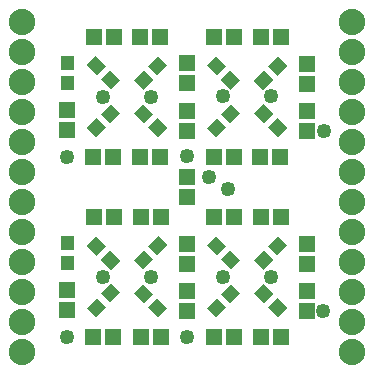
<source format=gts>
G04 MADE WITH FRITZING*
G04 WWW.FRITZING.ORG*
G04 DOUBLE SIDED*
G04 HOLES PLATED*
G04 CONTOUR ON CENTER OF CONTOUR VECTOR*
%ASAXBY*%
%FSLAX23Y23*%
%MOIN*%
%OFA0B0*%
%SFA1.0B1.0*%
%ADD10C,0.088000*%
%ADD11C,0.049370*%
%ADD12R,0.057244X0.053307*%
%ADD13R,0.053307X0.057244*%
%ADD14C,0.010000*%
%LNMASK1*%
G90*
G70*
G54D10*
X100Y1200D03*
X100Y1100D03*
X100Y1000D03*
X100Y900D03*
X100Y800D03*
X100Y700D03*
X100Y600D03*
X100Y500D03*
X100Y400D03*
X100Y300D03*
X100Y200D03*
X100Y100D03*
X1200Y1200D03*
X1200Y1100D03*
X1200Y1000D03*
X1200Y900D03*
X1200Y800D03*
X1200Y700D03*
X1200Y600D03*
X1200Y500D03*
X1200Y400D03*
X1200Y300D03*
X1200Y200D03*
X1200Y100D03*
G54D11*
X931Y953D03*
X769Y953D03*
X369Y951D03*
X531Y951D03*
X369Y351D03*
X531Y351D03*
X769Y351D03*
X931Y351D03*
X249Y750D03*
X650Y752D03*
X249Y151D03*
X650Y150D03*
X724Y684D03*
X1106Y837D03*
X1104Y237D03*
X787Y642D03*
G54D12*
X738Y1151D03*
X805Y1151D03*
X738Y750D03*
X805Y750D03*
X895Y1151D03*
X962Y1151D03*
G54D13*
X1050Y836D03*
X1050Y903D03*
X250Y238D03*
X250Y305D03*
G54D12*
X894Y750D03*
X961Y750D03*
X897Y550D03*
X964Y550D03*
G54D13*
X650Y237D03*
X650Y304D03*
X1050Y994D03*
X1050Y1061D03*
G54D12*
X493Y750D03*
X560Y750D03*
X494Y1150D03*
X561Y1150D03*
X338Y1150D03*
X405Y1150D03*
X336Y750D03*
X403Y750D03*
G54D13*
X650Y995D03*
X650Y1062D03*
X650Y837D03*
X650Y904D03*
X250Y838D03*
X250Y905D03*
G54D12*
X338Y551D03*
X405Y551D03*
X896Y151D03*
X963Y151D03*
G54D13*
X650Y617D03*
X650Y684D03*
G54D12*
X495Y150D03*
X562Y150D03*
X739Y550D03*
X806Y550D03*
G54D13*
X650Y394D03*
X650Y461D03*
X1050Y393D03*
X1050Y460D03*
X1050Y236D03*
X1050Y303D03*
G54D12*
X337Y150D03*
X404Y150D03*
X496Y551D03*
X563Y551D03*
X738Y151D03*
X805Y151D03*
G54D14*
G36*
X938Y893D02*
X907Y862D01*
X874Y895D01*
X904Y926D01*
X938Y893D01*
G37*
D02*
G36*
X985Y845D02*
X954Y815D01*
X921Y848D01*
X952Y879D01*
X985Y845D01*
G37*
D02*
G36*
X779Y1052D02*
X748Y1021D01*
X715Y1055D01*
X745Y1085D01*
X779Y1052D01*
G37*
D02*
G36*
X826Y1005D02*
X795Y974D01*
X762Y1007D01*
X793Y1038D01*
X826Y1005D01*
G37*
D02*
G36*
X748Y880D02*
X779Y849D01*
X745Y816D01*
X715Y846D01*
X748Y880D01*
G37*
D02*
G36*
X796Y927D02*
X826Y896D01*
X793Y863D01*
X762Y894D01*
X796Y927D01*
G37*
D02*
G36*
X379Y452D02*
X348Y421D01*
X315Y454D01*
X346Y485D01*
X379Y452D01*
G37*
D02*
G36*
X426Y404D02*
X396Y374D01*
X362Y407D01*
X393Y438D01*
X426Y404D01*
G37*
D02*
G36*
X779Y452D02*
X748Y422D01*
X715Y455D01*
X745Y486D01*
X779Y452D01*
G37*
D02*
G36*
X826Y405D02*
X795Y374D01*
X762Y408D01*
X793Y438D01*
X826Y405D01*
G37*
D02*
G36*
X906Y438D02*
X937Y407D01*
X904Y374D01*
X873Y405D01*
X906Y438D01*
G37*
D02*
G36*
X954Y485D02*
X984Y455D01*
X951Y421D01*
X920Y452D01*
X954Y485D01*
G37*
D02*
G36*
X228Y1019D02*
X272Y1019D01*
X272Y972D01*
X228Y972D01*
X228Y1019D01*
G37*
D02*
G36*
X228Y1086D02*
X272Y1086D01*
X272Y1039D01*
X228Y1039D01*
X228Y1086D01*
G37*
D02*
G36*
X228Y419D02*
X272Y419D01*
X272Y372D01*
X228Y372D01*
X228Y419D01*
G37*
D02*
G36*
X228Y486D02*
X272Y486D01*
X272Y439D01*
X228Y439D01*
X228Y486D01*
G37*
D02*
G36*
X907Y1038D02*
X937Y1007D01*
X904Y974D01*
X873Y1004D01*
X907Y1038D01*
G37*
D02*
G36*
X954Y1085D02*
X984Y1054D01*
X951Y1021D01*
X920Y1052D01*
X954Y1085D01*
G37*
D02*
G36*
X506Y1038D02*
X537Y1007D01*
X503Y974D01*
X473Y1005D01*
X506Y1038D01*
G37*
D02*
G36*
X554Y1085D02*
X584Y1055D01*
X551Y1021D01*
X520Y1052D01*
X554Y1085D01*
G37*
D02*
G36*
X348Y879D02*
X378Y849D01*
X345Y815D01*
X314Y846D01*
X348Y879D01*
G37*
D02*
G36*
X395Y927D02*
X426Y896D01*
X392Y862D01*
X362Y893D01*
X395Y927D01*
G37*
D02*
G36*
X378Y1052D02*
X348Y1022D01*
X314Y1055D01*
X345Y1086D01*
X378Y1052D01*
G37*
D02*
G36*
X426Y1005D02*
X395Y974D01*
X362Y1008D01*
X392Y1038D01*
X426Y1005D01*
G37*
D02*
G36*
X537Y893D02*
X507Y862D01*
X473Y896D01*
X504Y926D01*
X537Y893D01*
G37*
D02*
G36*
X585Y846D02*
X554Y815D01*
X521Y848D01*
X551Y879D01*
X585Y846D01*
G37*
D02*
G36*
X507Y438D02*
X537Y408D01*
X504Y374D01*
X473Y405D01*
X507Y438D01*
G37*
D02*
G36*
X554Y486D02*
X585Y455D01*
X551Y422D01*
X521Y452D01*
X554Y486D01*
G37*
D02*
G36*
X938Y294D02*
X907Y263D01*
X874Y296D01*
X904Y327D01*
X938Y294D01*
G37*
D02*
G36*
X985Y246D02*
X954Y216D01*
X921Y249D01*
X952Y280D01*
X985Y246D01*
G37*
D02*
G36*
X748Y280D02*
X779Y249D01*
X745Y216D01*
X715Y246D01*
X748Y280D01*
G37*
D02*
G36*
X795Y327D02*
X826Y297D01*
X793Y263D01*
X762Y294D01*
X795Y327D01*
G37*
D02*
G36*
X349Y281D02*
X379Y250D01*
X346Y217D01*
X315Y247D01*
X349Y281D01*
G37*
D02*
G36*
X396Y328D02*
X426Y298D01*
X393Y264D01*
X362Y295D01*
X396Y328D01*
G37*
D02*
G36*
X537Y294D02*
X506Y263D01*
X473Y297D01*
X503Y327D01*
X537Y294D01*
G37*
D02*
G36*
X584Y246D02*
X553Y216D01*
X520Y249D01*
X551Y280D01*
X584Y246D01*
G37*
D02*
G04 End of Mask1*
M02*
</source>
